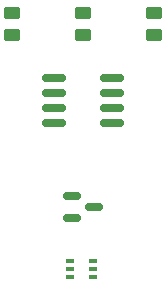
<source format=gbr>
G04 #@! TF.GenerationSoftware,KiCad,Pcbnew,(6.0.0)*
G04 #@! TF.CreationDate,2022-09-19T18:58:24+02:00*
G04 #@! TF.ProjectId,td-io,74642d69-6f2e-46b6-9963-61645f706362,rev?*
G04 #@! TF.SameCoordinates,Original*
G04 #@! TF.FileFunction,Paste,Top*
G04 #@! TF.FilePolarity,Positive*
%FSLAX46Y46*%
G04 Gerber Fmt 4.6, Leading zero omitted, Abs format (unit mm)*
G04 Created by KiCad (PCBNEW (6.0.0)) date 2022-09-19 18:58:24*
%MOMM*%
%LPD*%
G01*
G04 APERTURE LIST*
G04 Aperture macros list*
%AMRoundRect*
0 Rectangle with rounded corners*
0 $1 Rounding radius*
0 $2 $3 $4 $5 $6 $7 $8 $9 X,Y pos of 4 corners*
0 Add a 4 corners polygon primitive as box body*
4,1,4,$2,$3,$4,$5,$6,$7,$8,$9,$2,$3,0*
0 Add four circle primitives for the rounded corners*
1,1,$1+$1,$2,$3*
1,1,$1+$1,$4,$5*
1,1,$1+$1,$6,$7*
1,1,$1+$1,$8,$9*
0 Add four rect primitives between the rounded corners*
20,1,$1+$1,$2,$3,$4,$5,0*
20,1,$1+$1,$4,$5,$6,$7,0*
20,1,$1+$1,$6,$7,$8,$9,0*
20,1,$1+$1,$8,$9,$2,$3,0*%
G04 Aperture macros list end*
%ADD10RoundRect,0.250000X-0.450000X0.262500X-0.450000X-0.262500X0.450000X-0.262500X0.450000X0.262500X0*%
%ADD11R,0.650000X0.400000*%
%ADD12RoundRect,0.150000X-0.825000X-0.150000X0.825000X-0.150000X0.825000X0.150000X-0.825000X0.150000X0*%
%ADD13RoundRect,0.150000X-0.587500X-0.150000X0.587500X-0.150000X0.587500X0.150000X-0.587500X0.150000X0*%
G04 APERTURE END LIST*
D10*
G04 #@! TO.C,R1*
X180000000Y-68087500D03*
X180000000Y-69912500D03*
G04 #@! TD*
D11*
G04 #@! TO.C,D1*
X184900000Y-89125000D03*
X184900000Y-89775000D03*
X184900000Y-90425000D03*
X186800000Y-90425000D03*
X186800000Y-89775000D03*
X186800000Y-89125000D03*
G04 #@! TD*
D10*
G04 #@! TO.C,R3*
X192000000Y-68087500D03*
X192000000Y-69912500D03*
G04 #@! TD*
G04 #@! TO.C,R2*
X186000000Y-68087500D03*
X186000000Y-69912500D03*
G04 #@! TD*
D12*
G04 #@! TO.C,U1*
X183525000Y-73595000D03*
X183525000Y-74865000D03*
X183525000Y-76135000D03*
X183525000Y-77405000D03*
X188475000Y-77405000D03*
X188475000Y-76135000D03*
X188475000Y-74865000D03*
X188475000Y-73595000D03*
G04 #@! TD*
D13*
G04 #@! TO.C,Q2*
X185062500Y-83550000D03*
X185062500Y-85450000D03*
X186937500Y-84500000D03*
G04 #@! TD*
M02*

</source>
